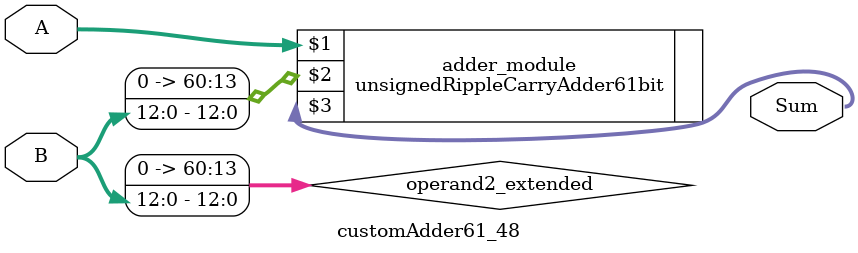
<source format=v>
module customAdder61_48(
                        input [60 : 0] A,
                        input [12 : 0] B,
                        
                        output [61 : 0] Sum
                );

        wire [60 : 0] operand2_extended;
        
        assign operand2_extended =  {48'b0, B};
        
        unsignedRippleCarryAdder61bit adder_module(
            A,
            operand2_extended,
            Sum
        );
        
        endmodule
        
</source>
